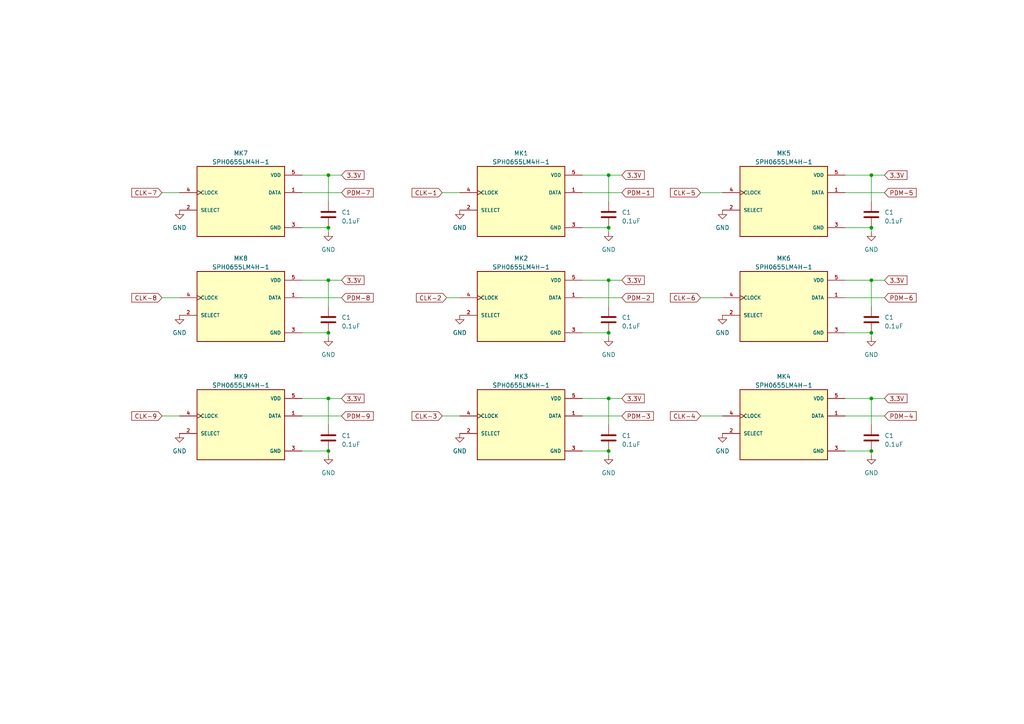
<source format=kicad_sch>
(kicad_sch (version 20230121) (generator eeschema)
  (paper "A4")
  (lib_symbols
    (symbol "Device:C" (pin_numbers hide) (pin_names (offset 0.254))
      (property "Reference" "C" (at 0.635 2.54 0))
      (property "Value" "C" (at 0.635 -2.54 0))
      (symbol "C_0_1"
        (polyline (pts (xy -2.032 -0.762) (xy 2.032 -0.762)) (stroke (width 0.508)))
        (polyline (pts (xy -2.032 0.762) (xy 2.032 0.762)) (stroke (width 0.508)))
      )
      (symbol "C_1_1"
        (pin passive line (at 0 3.81 270) (length 2.794) (name "~") (number "1"))
        (pin passive line (at 0 -3.81 90) (length 2.794) (name "~") (number "2"))
      )
    )
    (symbol "SensU_Microphone_parts:SPH0655LM4H-1" (pin_names (offset 1.016))
      (property "Reference" "MK" (at -12.7 10.795 0))
      (property "Value" "SPH0655LM4H-1" (at -12.7 -12.7 0))
      (symbol "SPH0655LM4H-1_0_0"
        (rectangle (start -12.7 -10.16) (end 12.7 10.16) (stroke (width 0.254)) (fill (type background)))
        (pin output line (at 17.78 2.54 180) (length 5.08) (name "DATA") (number "1"))
        (pin input line (at -17.78 -2.54 0) (length 5.08) (name "SELECT") (number "2"))
        (pin power_in line (at 17.78 -7.62 180) (length 5.08) (name "GND") (number "3"))
        (pin input clock (at -17.78 2.54 0) (length 5.08) (name "CLOCK") (number "4"))
        (pin power_in line (at 17.78 7.62 180) (length 5.08) (name "VDD") (number "5"))
      )
    )
    (symbol "power:GND" (power) (pin_names (offset 0))
      (property "Value" "GND" (at 0 -3.81 0))
      (symbol "GND_0_1"
        (polyline (pts (xy 0 0) (xy 0 -1.27) (xy 1.27 -1.27) (xy 0 -2.54) (xy -1.27 -1.27) (xy 0 -1.27)))
      )
      (symbol "GND_1_1"
        (pin power_in line (at 0 0 270) (length 0) hide (name "GND") (number "1"))
      )
    )
  )
  (junction (at 95.25 130.81))
  (junction (at 252.73 96.52))
  (junction (at 95.25 115.57))
  (junction (at 252.73 130.81))
  (junction (at 176.53 96.52))
  (junction (at 176.53 130.81))
  (junction (at 95.25 66.04))
  (junction (at 252.73 81.28))
  (junction (at 176.53 115.57))
  (junction (at 252.73 66.04))
  (junction (at 95.25 96.52))
  (junction (at 95.25 50.8))
  (junction (at 176.53 66.04))
  (junction (at 252.73 115.57))
  (junction (at 95.25 81.28))
  (junction (at 176.53 81.28))
  (junction (at 176.53 50.8))
  (junction (at 252.73 50.8))
  (wire (pts (xy 87.63 120.65) (xy 99.06 120.65)))
  (wire (pts (xy 168.91 120.65) (xy 180.34 120.65)))
  (wire (pts (xy 128.27 55.88) (xy 133.35 55.88)))
  (wire (pts (xy 176.53 50.8) (xy 180.34 50.8)))
  (wire (pts (xy 252.73 81.28) (xy 245.11 81.28)))
  (wire (pts (xy 168.91 66.04) (xy 176.53 66.04)))
  (wire (pts (xy 95.25 97.79) (xy 95.25 96.52)))
  (wire (pts (xy 252.73 58.42) (xy 252.73 50.8)))
  (wire (pts (xy 95.25 67.31) (xy 95.25 66.04)))
  (wire (pts (xy 95.25 81.28) (xy 87.63 81.28)))
  (wire (pts (xy 252.73 115.57) (xy 256.54 115.57)))
  (wire (pts (xy 95.25 132.08) (xy 95.25 130.81)))
  (wire (pts (xy 95.25 88.9) (xy 95.25 81.28)))
  (wire (pts (xy 252.73 88.9) (xy 252.73 81.28)))
  (wire (pts (xy 176.53 88.9) (xy 176.53 81.28)))
  (wire (pts (xy 252.73 81.28) (xy 256.54 81.28)))
  (wire (pts (xy 209.55 55.88) (xy 203.2 55.88)))
  (wire (pts (xy 128.27 120.65) (xy 133.35 120.65)))
  (wire (pts (xy 256.54 50.8) (xy 252.73 50.8)))
  (wire (pts (xy 252.73 50.8) (xy 245.11 50.8)))
  (wire (pts (xy 129.54 86.36) (xy 133.35 86.36)))
  (wire (pts (xy 46.99 55.88) (xy 52.07 55.88)))
  (wire (pts (xy 203.2 86.36) (xy 209.55 86.36)))
  (wire (pts (xy 46.99 120.65) (xy 52.07 120.65)))
  (wire (pts (xy 245.11 130.81) (xy 252.73 130.81)))
  (wire (pts (xy 252.73 67.31) (xy 252.73 66.04)))
  (wire (pts (xy 252.73 97.79) (xy 252.73 96.52)))
  (wire (pts (xy 87.63 66.04) (xy 95.25 66.04)))
  (wire (pts (xy 87.63 86.36) (xy 99.06 86.36)))
  (wire (pts (xy 168.91 96.52) (xy 176.53 96.52)))
  (wire (pts (xy 176.53 132.08) (xy 176.53 130.81)))
  (wire (pts (xy 245.11 96.52) (xy 252.73 96.52)))
  (wire (pts (xy 252.73 115.57) (xy 245.11 115.57)))
  (wire (pts (xy 245.11 66.04) (xy 252.73 66.04)))
  (wire (pts (xy 168.91 86.36) (xy 180.34 86.36)))
  (wire (pts (xy 176.53 81.28) (xy 168.91 81.28)))
  (wire (pts (xy 168.91 130.81) (xy 176.53 130.81)))
  (wire (pts (xy 95.25 115.57) (xy 99.06 115.57)))
  (wire (pts (xy 176.53 115.57) (xy 168.91 115.57)))
  (wire (pts (xy 176.53 115.57) (xy 180.34 115.57)))
  (wire (pts (xy 245.11 120.65) (xy 256.54 120.65)))
  (wire (pts (xy 245.11 55.88) (xy 256.54 55.88)))
  (wire (pts (xy 245.11 86.36) (xy 256.54 86.36)))
  (wire (pts (xy 176.53 58.42) (xy 176.53 50.8)))
  (wire (pts (xy 95.25 115.57) (xy 87.63 115.57)))
  (wire (pts (xy 87.63 96.52) (xy 95.25 96.52)))
  (wire (pts (xy 176.53 67.31) (xy 176.53 66.04)))
  (wire (pts (xy 176.53 123.19) (xy 176.53 115.57)))
  (wire (pts (xy 87.63 130.81) (xy 95.25 130.81)))
  (wire (pts (xy 95.25 50.8) (xy 87.63 50.8)))
  (wire (pts (xy 203.2 120.65) (xy 209.55 120.65)))
  (wire (pts (xy 176.53 50.8) (xy 168.91 50.8)))
  (wire (pts (xy 95.25 50.8) (xy 99.06 50.8)))
  (wire (pts (xy 87.63 55.88) (xy 99.06 55.88)))
  (wire (pts (xy 176.53 97.79) (xy 176.53 96.52)))
  (wire (pts (xy 168.91 55.88) (xy 180.34 55.88)))
  (wire (pts (xy 95.25 81.28) (xy 99.06 81.28)))
  (wire (pts (xy 176.53 81.28) (xy 180.34 81.28)))
  (wire (pts (xy 252.73 123.19) (xy 252.73 115.57)))
  (wire (pts (xy 95.25 58.42) (xy 95.25 50.8)))
  (wire (pts (xy 46.99 86.36) (xy 52.07 86.36)))
  (wire (pts (xy 252.73 132.08) (xy 252.73 130.81)))
  (wire (pts (xy 95.25 123.19) (xy 95.25 115.57)))
  (global_label "PDM-3" (shape input) (at 180.34 120.65 0) (property "Intersheetrefs" "${INTERSHEET_REFS}" (effects hide)))
  (global_label "3.3V" (shape input) (at 99.06 115.57 0) (property "Intersheetrefs" "${INTERSHEET_REFS}" (effects hide)))
  (global_label "CLK-5" (shape input) (at 203.2 55.88 180) (property "Intersheetrefs" "${INTERSHEET_REFS}" (effects hide)))
  (global_label "PDM-6" (shape input) (at 256.54 86.36 0) (property "Intersheetrefs" "${INTERSHEET_REFS}" (effects hide)))
  (global_label "CLK-2" (shape input) (at 129.54 86.36 180) (property "Intersheetrefs" "${INTERSHEET_REFS}" (effects hide)))
  (global_label "PDM-1" (shape input) (at 180.34 55.88 0) (property "Intersheetrefs" "${INTERSHEET_REFS}" (effects hide)))
  (global_label "PDM-4" (shape input) (at 256.54 120.65 0) (property "Intersheetrefs" "${INTERSHEET_REFS}" (effects hide)))
  (global_label "CLK-8" (shape input) (at 46.99 86.36 180) (property "Intersheetrefs" "${INTERSHEET_REFS}" (effects hide)))
  (global_label "CLK-6" (shape input) (at 203.2 86.36 180) (property "Intersheetrefs" "${INTERSHEET_REFS}" (effects hide)))
  (global_label "CLK-9" (shape input) (at 46.99 120.65 180) (property "Intersheetrefs" "${INTERSHEET_REFS}" (effects hide)))
  (global_label "CLK-7" (shape input) (at 46.99 55.88 180) (property "Intersheetrefs" "${INTERSHEET_REFS}" (effects hide)))
  (global_label "3.3V" (shape input) (at 256.54 115.57 0) (property "Intersheetrefs" "${INTERSHEET_REFS}" (effects hide)))
  (global_label "3.3V" (shape input) (at 99.06 50.8 0) (property "Intersheetrefs" "${INTERSHEET_REFS}" (effects hide)))
  (global_label "3.3V" (shape input) (at 99.06 81.28 0) (property "Intersheetrefs" "${INTERSHEET_REFS}" (effects hide)))
  (global_label "PDM-2" (shape input) (at 180.34 86.36 0) (property "Intersheetrefs" "${INTERSHEET_REFS}" (effects hide)))
  (global_label "PDM-5" (shape input) (at 256.54 55.88 0) (property "Intersheetrefs" "${INTERSHEET_REFS}" (effects hide)))
  (global_label "3.3V" (shape input) (at 180.34 115.57 0) (property "Intersheetrefs" "${INTERSHEET_REFS}" (effects hide)))
  (global_label "3.3V" (shape input) (at 256.54 50.8 0) (property "Intersheetrefs" "${INTERSHEET_REFS}" (effects hide)))
  (global_label "CLK-1" (shape input) (at 128.27 55.88 180) (property "Intersheetrefs" "${INTERSHEET_REFS}" (effects hide)))
  (global_label "PDM-7" (shape input) (at 99.06 55.88 0) (property "Intersheetrefs" "${INTERSHEET_REFS}" (effects hide)))
  (global_label "CLK-3" (shape input) (at 128.27 120.65 180) (property "Intersheetrefs" "${INTERSHEET_REFS}" (effects hide)))
  (global_label "3.3V" (shape input) (at 180.34 81.28 0) (property "Intersheetrefs" "${INTERSHEET_REFS}" (effects hide)))
  (global_label "PDM-9" (shape input) (at 99.06 120.65 0) (property "Intersheetrefs" "${INTERSHEET_REFS}" (effects hide)))
  (global_label "3.3V" (shape input) (at 256.54 81.28 0) (property "Intersheetrefs" "${INTERSHEET_REFS}" (effects hide)))
  (global_label "3.3V" (shape input) (at 180.34 50.8 0) (property "Intersheetrefs" "${INTERSHEET_REFS}" (effects hide)))
  (global_label "CLK-4" (shape input) (at 203.2 120.65 180) (property "Intersheetrefs" "${INTERSHEET_REFS}" (effects hide)))
  (global_label "PDM-8" (shape input) (at 99.06 86.36 0) (property "Intersheetrefs" "${INTERSHEET_REFS}" (effects hide)))
  (symbol (lib_id "power:GND") (at 52.07 60.96 0) (unit 1)
    (property "Reference" "#PWR04" (effects hide))
    (property "Value" "GND" (at 52.07 66.04 0))
    (instances (project "SenseU_Microphoneboard" (path "" (reference "#PWR04") (unit 1)) (path "" (reference "#PWR01") (unit 1))))
  )
  (symbol (lib_id "power:GND") (at 209.55 91.44 0) (unit 1)
    (property "Reference" "#PWR04" (effects hide))
    (property "Value" "GND" (at 209.55 96.52 0))
    (instances (project "SenseU_Microphoneboard" (path "" (reference "#PWR04") (unit 1)) (path "" (reference "#PWR029") (unit 1))))
  )
  (symbol (lib_id "Device:C") (at 176.53 62.23 0) (unit 1)
    (property "Reference" "C1" (at 180.34 61.595 0) (effects (justify left)))
    (property "Value" "0.1uF" (at 180.34 64.135 0) (effects (justify left)))
    (property "Footprint" "Capacitor_SMD:C_0603_1608Metric_Pad1.08x0.95mm_HandSolder" (effects hide))
  )
  (symbol (lib_id "power:GND") (at 209.55 60.96 0) (unit 1)
    (property "Reference" "#PWR04" (effects hide))
    (property "Value" "GND" (at 209.55 66.04 0))
    (instances (project "SenseU_Microphoneboard" (path "" (reference "#PWR04") (unit 1)) (path "" (reference "#PWR028") (unit 1))))
  )
  (symbol (lib_id "power:GND") (at 209.55 125.73 0) (unit 1)
    (property "Reference" "#PWR04" (effects hide))
    (property "Value" "GND" (at 209.55 130.81 0))
    (instances (project "SenseU_Microphoneboard" (path "" (reference "#PWR04") (unit 1)) (path "" (reference "#PWR025") (unit 1))))
  )
  (symbol (lib_id "Device:C") (at 176.53 127 0) (unit 1)
    (property "Reference" "C1" (at 180.34 126.365 0) (effects (justify left)))
    (property "Value" "0.1uF" (at 180.34 128.905 0) (effects (justify left)))
    (property "Footprint" "Capacitor_SMD:C_0603_1608Metric_Pad1.08x0.95mm_HandSolder" (effects hide))
    (instances (project "SenseU_Microphoneboard" (path "" (reference "C1") (unit 1)) (path "" (reference "C3") (unit 1))))
  )
  (symbol (lib_id "SensU_Microphone_parts:SPH0655LM4H-1") (at 69.85 58.42 0) (unit 1)
    (property "Reference" "MK7" (at 69.85 44.45 0))
    (property "Value" "SPH0655LM4H-1" (at 69.85 46.99 0))
    (property "Footprint" "SenseU_Microphoneboard:MIC_SPH0655LM4H-1" (effects hide))
    (property "PARTREV" "C" (effects hide))
    (property "STANDARD" "Manufacturer Recommendations" (effects hide))
    (property "MAXIMUM_PACKAGE_HEIGHT" "1.08 mm" (effects hide))
    (property "MANUFACTURER" "Knowles" (effects hide))
  )
  (symbol (lib_id "Device:C") (at 252.73 127 0) (unit 1)
    (property "Reference" "C1" (at 256.54 126.365 0) (effects (justify left)))
    (property "Value" "0.1uF" (at 256.54 128.905 0) (effects (justify left)))
    (property "Footprint" "Capacitor_SMD:C_0603_1608Metric_Pad1.08x0.95mm_HandSolder" (effects hide))
    (instances (project "SenseU_Microphoneboard" (path "" (reference "C1") (unit 1)) (path "" (reference "C4") (unit 1))))
  )
  (symbol (lib_id "Device:C") (at 95.25 92.71 0) (unit 1)
    (property "Reference" "C1" (at 99.06 92.075 0) (effects (justify left)))
    (property "Value" "0.1uF" (at 99.06 94.615 0) (effects (justify left)))
    (property "Footprint" "Capacitor_SMD:C_0603_1608Metric_Pad1.08x0.95mm_HandSolder" (effects hide))
    (instances (project "SenseU_Microphoneboard" (path "" (reference "C1") (unit 1)) (path "" (reference "C8") (unit 1))))
  )
  (symbol (lib_id "power:GND") (at 252.73 67.31 0) (unit 1)
    (property "Reference" "#PWR04" (effects hide))
    (property "Value" "GND" (at 252.73 72.39 0))
    (instances (project "SenseU_Microphoneboard" (path "" (reference "#PWR04") (unit 1)) (path "" (reference "#PWR030") (unit 1))))
  )
  (symbol (lib_id "SensU_Microphone_parts:SPH0655LM4H-1") (at 151.13 88.9 0) (unit 1)
    (property "Reference" "MK2" (at 151.13 74.93 0))
    (property "Value" "SPH0655LM4H-1" (at 151.13 77.47 0))
    (property "Footprint" "SenseU_Microphoneboard:MIC_SPH0655LM4H-1" (effects hide))
    (property "PARTREV" "C" (effects hide))
    (property "STANDARD" "Manufacturer Recommendations" (effects hide))
    (property "MAXIMUM_PACKAGE_HEIGHT" "1.08 mm" (effects hide))
    (property "MANUFACTURER" "Knowles" (effects hide))
  )
  (symbol (lib_id "Device:C") (at 252.73 62.23 0) (unit 1)
    (property "Reference" "C1" (at 256.54 61.595 0) (effects (justify left)))
    (property "Value" "0.1uF" (at 256.54 64.135 0) (effects (justify left)))
    (property "Footprint" "Capacitor_SMD:C_0603_1608Metric_Pad1.08x0.95mm_HandSolder" (effects hide))
    (instances (project "SenseU_Microphoneboard" (path "" (reference "C1") (unit 1)) (path "" (reference "C5") (unit 1))))
  )
  (symbol (lib_id "power:GND") (at 252.73 97.79 0) (unit 1)
    (property "Reference" "#PWR04" (effects hide))
    (property "Value" "GND" (at 252.73 102.87 0))
    (instances (project "SenseU_Microphoneboard" (path "" (reference "#PWR04") (unit 1)) (path "" (reference "#PWR031") (unit 1))))
  )
  (symbol (lib_id "Device:C") (at 252.73 92.71 0) (unit 1)
    (property "Reference" "C1" (at 256.54 92.075 0) (effects (justify left)))
    (property "Value" "0.1uF" (at 256.54 94.615 0) (effects (justify left)))
    (property "Footprint" "Capacitor_SMD:C_0603_1608Metric_Pad1.08x0.95mm_HandSolder" (effects hide))
    (instances (project "SenseU_Microphoneboard" (path "" (reference "C1") (unit 1)) (path "" (reference "C6") (unit 1))))
  )
  (symbol (lib_id "power:GND") (at 95.25 97.79 0) (unit 1)
    (property "Reference" "#PWR04" (effects hide))
    (property "Value" "GND" (at 95.25 102.87 0))
    (instances (project "SenseU_Microphoneboard" (path "" (reference "#PWR04") (unit 1)) (path "" (reference "#PWR05") (unit 1))))
  )
  (symbol (lib_id "power:GND") (at 176.53 67.31 0) (unit 1)
    (property "Reference" "#PWR04" (effects hide))
    (property "Value" "GND" (at 176.53 72.39 0))
    (instances (project "SenseU_Microphoneboard" (path "" (reference "#PWR04") (unit 1)) (path "" (reference "#PWR020") (unit 1))))
  )
  (symbol (lib_id "Device:C") (at 176.53 92.71 0) (unit 1)
    (property "Reference" "C1" (at 180.34 92.075 0) (effects (justify left)))
    (property "Value" "0.1uF" (at 180.34 94.615 0) (effects (justify left)))
    (property "Footprint" "Capacitor_SMD:C_0603_1608Metric_Pad1.08x0.95mm_HandSolder" (effects hide))
    (instances (project "SenseU_Microphoneboard" (path "" (reference "C1") (unit 1)) (path "" (reference "C2") (unit 1))))
  )
  (symbol (lib_id "power:GND") (at 52.07 91.44 0) (unit 1)
    (property "Reference" "#PWR04" (effects hide))
    (property "Value" "GND" (at 52.07 96.52 0))
    (instances (project "SenseU_Microphoneboard" (path "" (reference "#PWR04") (unit 1)) (path "" (reference "#PWR02") (unit 1))))
  )
  (symbol (lib_id "power:GND") (at 52.07 125.73 0) (unit 1)
    (property "Reference" "#PWR04" (effects hide))
    (property "Value" "GND" (at 52.07 130.81 0))
    (instances (project "SenseU_Microphoneboard" (path "" (reference "#PWR04") (unit 1)) (path "" (reference "#PWR03") (unit 1))))
  )
  (symbol (lib_id "Device:C") (at 95.25 62.23 0) (unit 1)
    (property "Reference" "C1" (at 99.06 61.595 0) (effects (justify left)))
    (property "Value" "0.1uF" (at 99.06 64.135 0) (effects (justify left)))
    (property "Footprint" "Capacitor_SMD:C_0603_1608Metric_Pad1.08x0.95mm_HandSolder" (effects hide))
    (instances (project "SenseU_Microphoneboard" (path "" (reference "C1") (unit 1)) (path "" (reference "C7") (unit 1))))
  )
  (symbol (lib_id "power:GND") (at 95.25 132.08 0) (unit 1)
    (property "Reference" "#PWR04" (effects hide))
    (property "Value" "GND" (at 95.25 137.16 0))
    (instances (project "SenseU_Microphoneboard" (path "" (reference "#PWR04") (unit 1)) (path "" (reference "#PWR06") (unit 1))))
  )
  (symbol (lib_id "SensU_Microphone_parts:SPH0655LM4H-1") (at 69.85 88.9 0) (unit 1)
    (property "Reference" "MK8" (at 69.85 74.93 0))
    (property "Value" "SPH0655LM4H-1" (at 69.85 77.47 0))
    (property "Footprint" "SenseU_Microphoneboard:MIC_SPH0655LM4H-1" (effects hide))
    (property "PARTREV" "C" (effects hide))
    (property "STANDARD" "Manufacturer Recommendations" (effects hide))
    (property "MAXIMUM_PACKAGE_HEIGHT" "1.08 mm" (effects hide))
    (property "MANUFACTURER" "Knowles" (effects hide))
  )
  (symbol (lib_id "power:GND") (at 133.35 91.44 0) (unit 1)
    (property "Reference" "#PWR04" (effects hide))
    (property "Value" "GND" (at 133.35 96.52 0))
    (instances (project "SenseU_Microphoneboard" (path "" (reference "#PWR04") (unit 1)) (path "" (reference "#PWR022") (unit 1))))
  )
  (symbol (lib_id "Device:C") (at 95.25 127 0) (unit 1)
    (property "Reference" "C1" (at 99.06 126.365 0) (effects (justify left)))
    (property "Value" "0.1uF" (at 99.06 128.905 0) (effects (justify left)))
    (property "Footprint" "Capacitor_SMD:C_0603_1608Metric_Pad1.08x0.95mm_HandSolder" (effects hide))
    (instances (project "SenseU_Microphoneboard" (path "" (reference "C1") (unit 1)) (path "" (reference "C9") (unit 1))))
  )
  (symbol (lib_id "power:GND") (at 133.35 60.96 0) (unit 1)
    (property "Reference" "#PWR04" (effects hide))
    (property "Value" "GND" (at 133.35 66.04 0))
    (instances (project "SenseU_Microphoneboard" (path "" (reference "#PWR04") (unit 1)) (path "" (reference "#PWR021") (unit 1))))
  )
  (symbol (lib_id "power:GND") (at 252.73 132.08 0) (unit 1)
    (property "Reference" "#PWR04" (effects hide))
    (property "Value" "GND" (at 252.73 137.16 0))
    (instances (project "SenseU_Microphoneboard" (path "" (reference "#PWR04") (unit 1)) (path "" (reference "#PWR027") (unit 1))))
  )
  (symbol (lib_id "SensU_Microphone_parts:SPH0655LM4H-1") (at 151.13 123.19 0) (unit 1)
    (property "Reference" "MK3" (at 151.13 109.22 0))
    (property "Value" "SPH0655LM4H-1" (at 151.13 111.76 0))
    (property "Footprint" "SenseU_Microphoneboard:MIC_SPH0655LM4H-1" (effects hide))
    (property "PARTREV" "C" (effects hide))
    (property "STANDARD" "Manufacturer Recommendations" (effects hide))
    (property "MAXIMUM_PACKAGE_HEIGHT" "1.08 mm" (effects hide))
    (property "MANUFACTURER" "Knowles" (effects hide))
  )
  (symbol (lib_id "SensU_Microphone_parts:SPH0655LM4H-1") (at 227.33 123.19 0) (unit 1)
    (property "Reference" "MK4" (at 227.33 109.22 0))
    (property "Value" "SPH0655LM4H-1" (at 227.33 111.76 0))
    (property "Footprint" "SenseU_Microphoneboard:MIC_SPH0655LM4H-1" (effects hide))
    (property "PARTREV" "C" (effects hide))
    (property "STANDARD" "Manufacturer Recommendations" (effects hide))
    (property "MAXIMUM_PACKAGE_HEIGHT" "1.08 mm" (effects hide))
    (property "MANUFACTURER" "Knowles" (effects hide))
  )
  (symbol (lib_id "SensU_Microphone_parts:SPH0655LM4H-1") (at 69.85 123.19 0) (unit 1)
    (property "Reference" "MK9" (at 69.85 109.22 0))
    (property "Value" "SPH0655LM4H-1" (at 69.85 111.76 0))
    (property "Footprint" "SenseU_Microphoneboard:MIC_SPH0655LM4H-1" (effects hide))
    (property "PARTREV" "C" (effects hide))
    (property "STANDARD" "Manufacturer Recommendations" (effects hide))
    (property "MAXIMUM_PACKAGE_HEIGHT" "1.08 mm" (effects hide))
    (property "MANUFACTURER" "Knowles" (effects hide))
  )
  (symbol (lib_id "power:GND") (at 133.35 125.73 0) (unit 1)
    (property "Reference" "#PWR04" (effects hide))
    (property "Value" "GND" (at 133.35 130.81 0))
    (instances (project "SenseU_Microphoneboard" (path "" (reference "#PWR04") (unit 1)) (path "" (reference "#PWR024") (unit 1))))
  )
  (symbol (lib_id "power:GND") (at 176.53 132.08 0) (unit 1)
    (property "Reference" "#PWR04" (effects hide))
    (property "Value" "GND" (at 176.53 137.16 0))
    (instances (project "SenseU_Microphoneboard" (path "" (reference "#PWR04") (unit 1)) (path "" (reference "#PWR026") (unit 1))))
  )
  (symbol (lib_id "SensU_Microphone_parts:SPH0655LM4H-1") (at 227.33 88.9 0) (unit 1)
    (property "Reference" "MK6" (at 227.33 74.93 0))
    (property "Value" "SPH0655LM4H-1" (at 227.33 77.47 0))
    (property "Footprint" "SenseU_Microphoneboard:MIC_SPH0655LM4H-1" (effects hide))
    (property "PARTREV" "C" (effects hide))
    (property "STANDARD" "Manufacturer Recommendations" (effects hide))
    (property "MAXIMUM_PACKAGE_HEIGHT" "1.08 mm" (effects hide))
    (property "MANUFACTURER" "Knowles" (effects hide))
  )
  (symbol (lib_id "power:GND") (at 95.25 67.31 0) (unit 1)
    (property "Reference" "#PWR04" (effects hide))
    (property "Value" "GND" (at 95.25 72.39 0))
  )
  (symbol (lib_id "power:GND") (at 176.53 97.79 0) (unit 1)
    (property "Reference" "#PWR04" (effects hide))
    (property "Value" "GND" (at 176.53 102.87 0))
    (instances (project "SenseU_Microphoneboard" (path "" (reference "#PWR04") (unit 1)) (path "" (reference "#PWR023") (unit 1))))
  )
  (symbol (lib_id "SensU_Microphone_parts:SPH0655LM4H-1") (at 227.33 58.42 0) (unit 1)
    (property "Reference" "MK5" (at 227.33 44.45 0))
    (property "Value" "SPH0655LM4H-1" (at 227.33 46.99 0))
    (property "Footprint" "SenseU_Microphoneboard:MIC_SPH0655LM4H-1" (effects hide))
    (property "PARTREV" "C" (effects hide))
    (property "STANDARD" "Manufacturer Recommendations" (effects hide))
    (property "MAXIMUM_PACKAGE_HEIGHT" "1.08 mm" (effects hide))
    (property "MANUFACTURER" "Knowles" (effects hide))
  )
  (symbol (lib_id "SensU_Microphone_parts:SPH0655LM4H-1") (at 151.13 58.42 0) (unit 1)
    (property "Reference" "MK1" (at 151.13 44.45 0))
    (property "Value" "SPH0655LM4H-1" (at 151.13 46.99 0))
    (property "Footprint" "SenseU_Microphoneboard:MIC_SPH0655LM4H-1" (effects hide))
    (property "PARTREV" "C" (effects hide))
    (property "STANDARD" "Manufacturer Recommendations" (effects hide))
    (property "MAXIMUM_PACKAGE_HEIGHT" "1.08 mm" (effects hide))
    (property "MANUFACTURER" "Knowles" (effects hide))
  )
)
</source>
